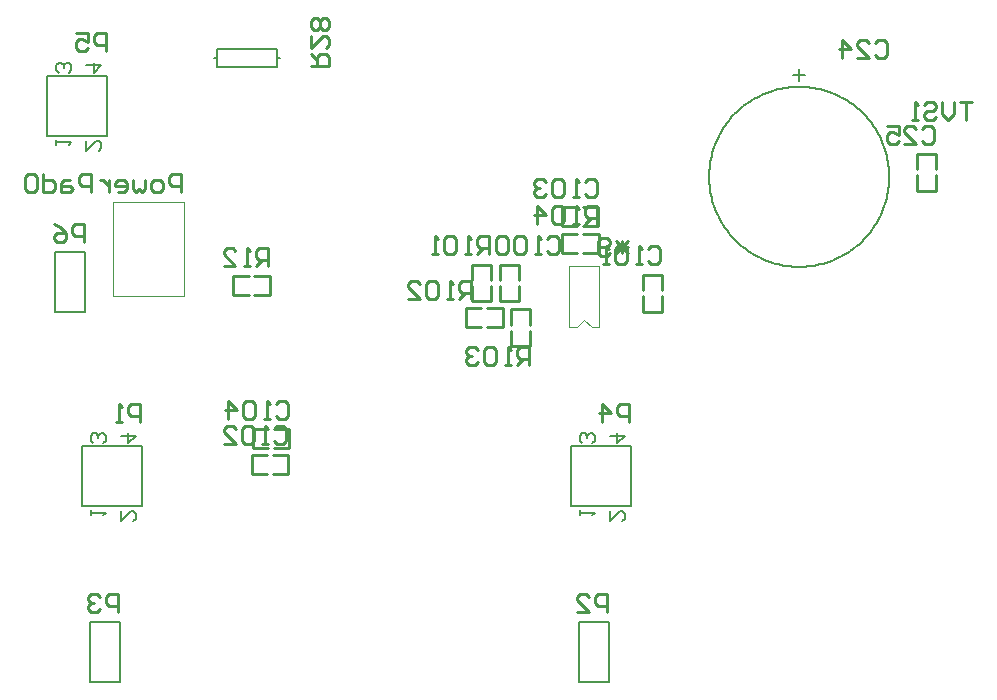
<source format=gbo>
G04 Layer_Color=32896*
%FSLAX25Y25*%
%MOIN*%
G70*
G01*
G75*
%ADD16C,0.01000*%
%ADD31C,0.00787*%
%ADD32C,0.00394*%
%ADD50C,0.00800*%
%ADD51C,0.00591*%
D16*
X573850Y397724D02*
Y402843D01*
Y397724D02*
X580150D01*
Y398118D01*
Y402843D01*
Y404811D02*
Y409929D01*
X573850D02*
X580150D01*
X573850Y404811D02*
Y409929D01*
X352937Y362850D02*
X358055D01*
Y369150D01*
X357661D02*
X358055D01*
X352937D02*
X357661D01*
X345850D02*
X350968D01*
X345850Y362850D02*
Y369150D01*
Y362850D02*
X350968D01*
X441150Y367937D02*
Y373055D01*
X434850D02*
X441150D01*
X434850Y372661D02*
Y373055D01*
Y367937D02*
Y372661D01*
Y360850D02*
Y365968D01*
Y360850D02*
X441150D01*
Y365968D01*
X488650Y364437D02*
Y369555D01*
X482350D02*
X488650D01*
X482350Y369161D02*
Y369555D01*
Y364437D02*
Y369161D01*
Y357350D02*
Y362468D01*
Y357350D02*
X488650D01*
Y362468D01*
X431650Y360850D02*
Y365968D01*
X425350Y360850D02*
X431650D01*
X425350D02*
Y365968D01*
Y367937D02*
Y372661D01*
Y373055D01*
X431650D01*
Y367937D02*
Y373055D01*
X430532Y358650D02*
X435650D01*
Y352350D02*
Y358650D01*
X430532Y352350D02*
X435650D01*
X423839D02*
X428563D01*
X423445D02*
X423839D01*
X423445D02*
Y358650D01*
X428563D01*
X438350Y353031D02*
Y358150D01*
X444650D01*
Y353031D02*
Y358150D01*
Y346339D02*
Y351063D01*
Y345945D02*
Y346339D01*
X438350Y345945D02*
X444650D01*
X438350D02*
Y351063D01*
X462532Y383150D02*
X467650D01*
Y376850D02*
Y383150D01*
X462532Y376850D02*
X467650D01*
X455838D02*
X460563D01*
X455445D02*
X455838D01*
X455445D02*
Y383150D01*
X460563D01*
X351945Y309650D02*
X357063D01*
X351945Y303350D02*
Y309650D01*
Y303350D02*
X352339D01*
X357063D01*
X359031D02*
X364150D01*
Y309650D01*
X359031D02*
X364150D01*
X462437Y385850D02*
X467555D01*
Y392150D01*
X467161D02*
X467555D01*
X462437D02*
X467161D01*
X455350D02*
X460468D01*
X455350Y385850D02*
Y392150D01*
Y385850D02*
X460468D01*
X359437Y311850D02*
X364555D01*
Y318150D01*
X364161D02*
X364555D01*
X359437D02*
X364161D01*
X352350D02*
X357468D01*
X352350Y311850D02*
Y318150D01*
Y311850D02*
X357468D01*
X470500Y257200D02*
Y263198D01*
X467501D01*
X466501Y262198D01*
Y260199D01*
X467501Y259199D01*
X470500D01*
X460503Y257200D02*
X464502D01*
X460503Y261199D01*
Y262198D01*
X461503Y263198D01*
X463502D01*
X464502Y262198D01*
X307500Y257200D02*
Y263198D01*
X304501D01*
X303501Y262198D01*
Y260199D01*
X304501Y259199D01*
X307500D01*
X301502Y262198D02*
X300502Y263198D01*
X298503D01*
X297503Y262198D01*
Y261199D01*
X298503Y260199D01*
X299502D01*
X298503D01*
X297503Y259199D01*
Y258200D01*
X298503Y257200D01*
X300502D01*
X301502Y258200D01*
X296000Y380700D02*
Y386698D01*
X293001D01*
X292001Y385698D01*
Y383699D01*
X293001Y382699D01*
X296000D01*
X286003Y386698D02*
X288002Y385698D01*
X290002Y383699D01*
Y381700D01*
X289002Y380700D01*
X287003D01*
X286003Y381700D01*
Y382699D01*
X287003Y383699D01*
X290002D01*
X477800Y320600D02*
Y326598D01*
X474801D01*
X473801Y325598D01*
Y323599D01*
X474801Y322599D01*
X477800D01*
X468803Y320600D02*
Y326598D01*
X471802Y323599D01*
X467803D01*
X314800Y320600D02*
Y326598D01*
X311801D01*
X310801Y325598D01*
Y323599D01*
X311801Y322599D01*
X314800D01*
X308802Y320600D02*
X306803D01*
X307802D01*
Y326598D01*
X308802Y325598D01*
X303300Y444100D02*
Y450098D01*
X300301D01*
X299301Y449098D01*
Y447099D01*
X300301Y446099D01*
X303300D01*
X293303Y450098D02*
X297302D01*
Y447099D01*
X295303Y448099D01*
X294303D01*
X293303Y447099D01*
Y445100D01*
X294303Y444100D01*
X296302D01*
X297302Y445100D01*
X559901Y446778D02*
X560901Y447778D01*
X562900D01*
X563900Y446778D01*
Y442779D01*
X562900Y441780D01*
X560901D01*
X559901Y442779D01*
X553903Y441780D02*
X557902D01*
X553903Y445778D01*
Y446778D01*
X554903Y447778D01*
X556902D01*
X557902Y446778D01*
X548905Y441780D02*
Y447778D01*
X551904Y444778D01*
X547905D01*
X575601Y418378D02*
X576601Y419378D01*
X578600D01*
X579600Y418378D01*
Y414379D01*
X578600Y413379D01*
X576601D01*
X575601Y414379D01*
X569603Y413379D02*
X573602D01*
X569603Y417378D01*
Y418378D01*
X570603Y419378D01*
X572602D01*
X573602Y418378D01*
X563605Y419378D02*
X567604D01*
Y416378D01*
X565604Y417378D01*
X564605D01*
X563605Y416378D01*
Y414379D01*
X564605Y413379D01*
X566604D01*
X567604Y414379D01*
X357600Y372600D02*
Y378598D01*
X354601D01*
X353601Y377598D01*
Y375599D01*
X354601Y374599D01*
X357600D01*
X355601D02*
X353601Y372600D01*
X351602D02*
X349603D01*
X350602D01*
Y378598D01*
X351602Y377598D01*
X342605Y372600D02*
X346603D01*
X342605Y376599D01*
Y377598D01*
X343604Y378598D01*
X345604D01*
X346603Y377598D01*
X371700Y439380D02*
X377698D01*
Y442379D01*
X376698Y443378D01*
X374699D01*
X373699Y442379D01*
Y439380D01*
Y441379D02*
X371700Y443378D01*
Y449376D02*
Y445377D01*
X375699Y449376D01*
X376698D01*
X377698Y448377D01*
Y446377D01*
X376698Y445377D01*
Y451376D02*
X377698Y452375D01*
Y454375D01*
X376698Y455374D01*
X375699D01*
X374699Y454375D01*
X373699Y455374D01*
X372700D01*
X371700Y454375D01*
Y452375D01*
X372700Y451376D01*
X373699D01*
X374699Y452375D01*
X375699Y451376D01*
X376698D01*
X374699Y452375D02*
Y454375D01*
X591950Y427248D02*
X587951D01*
X589951D01*
Y421250D01*
X585952Y427248D02*
Y423249D01*
X583953Y421250D01*
X581953Y423249D01*
Y427248D01*
X575955Y426248D02*
X576955Y427248D01*
X578954D01*
X579954Y426248D01*
Y425249D01*
X578954Y424249D01*
X576955D01*
X575955Y423249D01*
Y422250D01*
X576955Y421250D01*
X578954D01*
X579954Y422250D01*
X573956Y421250D02*
X571956D01*
X572956D01*
Y427248D01*
X573956Y426248D01*
X328500Y397180D02*
Y403177D01*
X325501D01*
X324501Y402178D01*
Y400178D01*
X325501Y399179D01*
X328500D01*
X321502Y397180D02*
X319503D01*
X318503Y398179D01*
Y400178D01*
X319503Y401178D01*
X321502D01*
X322502Y400178D01*
Y398179D01*
X321502Y397180D01*
X316504Y401178D02*
Y398179D01*
X315504Y397180D01*
X314505Y398179D01*
X313505Y397180D01*
X312505Y398179D01*
Y401178D01*
X307507Y397180D02*
X309506D01*
X310506Y398179D01*
Y400178D01*
X309506Y401178D01*
X307507D01*
X306507Y400178D01*
Y399179D01*
X310506D01*
X304508Y401178D02*
Y397180D01*
Y399179D01*
X303508Y400178D01*
X302508Y401178D01*
X301509D01*
X298510Y397180D02*
Y403177D01*
X295511D01*
X294511Y402178D01*
Y400178D01*
X295511Y399179D01*
X298510D01*
X291512Y401178D02*
X289513D01*
X288513Y400178D01*
Y397180D01*
X291512D01*
X292512Y398179D01*
X291512Y399179D01*
X288513D01*
X282515Y403177D02*
Y397180D01*
X285514D01*
X286513Y398179D01*
Y400178D01*
X285514Y401178D01*
X282515D01*
X280516Y402178D02*
X279516Y403177D01*
X277517D01*
X276517Y402178D01*
Y398179D01*
X277517Y397180D01*
X279516D01*
X280516Y398179D01*
Y402178D01*
X477400Y380898D02*
X473401Y376900D01*
X477400D02*
X473401Y380898D01*
X477400Y378899D02*
X473401D01*
X475401Y376900D02*
Y380898D01*
X471402Y376900D02*
X470402Y375900D01*
X468403D01*
X467403Y376900D01*
Y380898D01*
X468403Y381898D01*
X470402D01*
X471402Y380898D01*
Y379899D01*
X470402Y378899D01*
X467403D01*
X450501Y381498D02*
X451501Y382498D01*
X453500D01*
X454500Y381498D01*
Y377500D01*
X453500Y376500D01*
X451501D01*
X450501Y377500D01*
X448502Y376500D02*
X446502D01*
X447502D01*
Y382498D01*
X448502Y381498D01*
X443504D02*
X442504Y382498D01*
X440505D01*
X439505Y381498D01*
Y377500D01*
X440505Y376500D01*
X442504D01*
X443504Y377500D01*
Y381498D01*
X437505D02*
X436506Y382498D01*
X434506D01*
X433507Y381498D01*
Y377500D01*
X434506Y376500D01*
X436506D01*
X437505Y377500D01*
Y381498D01*
X484101Y378098D02*
X485101Y379098D01*
X487100D01*
X488100Y378098D01*
Y374100D01*
X487100Y373100D01*
X485101D01*
X484101Y374100D01*
X482102Y373100D02*
X480103D01*
X481102D01*
Y379098D01*
X482102Y378098D01*
X477104D02*
X476104Y379098D01*
X474104D01*
X473105Y378098D01*
Y374100D01*
X474104Y373100D01*
X476104D01*
X477104Y374100D01*
Y378098D01*
X471105Y373100D02*
X469106D01*
X470106D01*
Y379098D01*
X471105Y378098D01*
X431100Y376600D02*
Y382598D01*
X428101D01*
X427101Y381598D01*
Y379599D01*
X428101Y378599D01*
X431100D01*
X429101D02*
X427101Y376600D01*
X425102D02*
X423103D01*
X424102D01*
Y382598D01*
X425102Y381598D01*
X420104D02*
X419104Y382598D01*
X417104D01*
X416105Y381598D01*
Y377600D01*
X417104Y376600D01*
X419104D01*
X420104Y377600D01*
Y381598D01*
X414106Y376600D02*
X412106D01*
X413106D01*
Y382598D01*
X414106Y381598D01*
X425000Y361500D02*
Y367498D01*
X422001D01*
X421001Y366498D01*
Y364499D01*
X422001Y363499D01*
X425000D01*
X423001D02*
X421001Y361500D01*
X419002D02*
X417002D01*
X418002D01*
Y367498D01*
X419002Y366498D01*
X414004D02*
X413004Y367498D01*
X411004D01*
X410005Y366498D01*
Y362500D01*
X411004Y361500D01*
X413004D01*
X414004Y362500D01*
Y366498D01*
X404007Y361500D02*
X408006D01*
X404007Y365499D01*
Y366498D01*
X405006Y367498D01*
X407006D01*
X408006Y366498D01*
X444500Y339500D02*
Y345498D01*
X441501D01*
X440501Y344498D01*
Y342499D01*
X441501Y341499D01*
X444500D01*
X442501D02*
X440501Y339500D01*
X438502D02*
X436503D01*
X437502D01*
Y345498D01*
X438502Y344498D01*
X433503D02*
X432504Y345498D01*
X430505D01*
X429505Y344498D01*
Y340500D01*
X430505Y339500D01*
X432504D01*
X433503Y340500D01*
Y344498D01*
X427505D02*
X426506Y345498D01*
X424506D01*
X423507Y344498D01*
Y343499D01*
X424506Y342499D01*
X425506D01*
X424506D01*
X423507Y341499D01*
Y340500D01*
X424506Y339500D01*
X426506D01*
X427505Y340500D01*
X467100Y386600D02*
Y392598D01*
X464101D01*
X463101Y391598D01*
Y389599D01*
X464101Y388599D01*
X467100D01*
X465101D02*
X463101Y386600D01*
X461102D02*
X459102D01*
X460102D01*
Y392598D01*
X461102Y391598D01*
X456104D02*
X455104Y392598D01*
X453104D01*
X452105Y391598D01*
Y387600D01*
X453104Y386600D01*
X455104D01*
X456104Y387600D01*
Y391598D01*
X447106Y386600D02*
Y392598D01*
X450105Y389599D01*
X446107D01*
X359601Y318098D02*
X360601Y319098D01*
X362600D01*
X363600Y318098D01*
Y314100D01*
X362600Y313100D01*
X360601D01*
X359601Y314100D01*
X357602Y313100D02*
X355603D01*
X356602D01*
Y319098D01*
X357602Y318098D01*
X352604D02*
X351604Y319098D01*
X349605D01*
X348605Y318098D01*
Y314100D01*
X349605Y313100D01*
X351604D01*
X352604Y314100D01*
Y318098D01*
X342607Y313100D02*
X346605D01*
X342607Y317099D01*
Y318098D01*
X343606Y319098D01*
X345606D01*
X346605Y318098D01*
X463101Y400598D02*
X464101Y401598D01*
X466100D01*
X467100Y400598D01*
Y396600D01*
X466100Y395600D01*
X464101D01*
X463101Y396600D01*
X461102Y395600D02*
X459102D01*
X460102D01*
Y401598D01*
X461102Y400598D01*
X456104D02*
X455104Y401598D01*
X453104D01*
X452105Y400598D01*
Y396600D01*
X453104Y395600D01*
X455104D01*
X456104Y396600D01*
Y400598D01*
X450105D02*
X449106Y401598D01*
X447106D01*
X446107Y400598D01*
Y399599D01*
X447106Y398599D01*
X448106D01*
X447106D01*
X446107Y397599D01*
Y396600D01*
X447106Y395600D01*
X449106D01*
X450105Y396600D01*
X360101Y326598D02*
X361101Y327598D01*
X363100D01*
X364100Y326598D01*
Y322600D01*
X363100Y321600D01*
X361101D01*
X360101Y322600D01*
X358102Y321600D02*
X356102D01*
X357102D01*
Y327598D01*
X358102Y326598D01*
X353103D02*
X352104Y327598D01*
X350104D01*
X349105Y326598D01*
Y322600D01*
X350104Y321600D01*
X352104D01*
X353103Y322600D01*
Y326598D01*
X344106Y321600D02*
Y327598D01*
X347106Y324599D01*
X343107D01*
D31*
X564500Y402280D02*
X564483Y403282D01*
X564433Y404283D01*
X564349Y405282D01*
X564232Y406278D01*
X564082Y407269D01*
X563899Y408255D01*
X563683Y409234D01*
X563434Y410205D01*
X563153Y411168D01*
X562840Y412120D01*
X562495Y413062D01*
X562119Y413991D01*
X561713Y414908D01*
X561275Y415810D01*
X560808Y416697D01*
X560312Y417568D01*
X559787Y418422D01*
X559233Y419258D01*
X558652Y420075D01*
X558044Y420872D01*
X557409Y421648D01*
X556749Y422403D01*
X556065Y423135D01*
X555356Y423844D01*
X554624Y424529D01*
X553869Y425189D01*
X553092Y425823D01*
X552295Y426432D01*
X551478Y427013D01*
X550642Y427566D01*
X549788Y428091D01*
X548917Y428588D01*
X548030Y429055D01*
X547128Y429492D01*
X546212Y429899D01*
X545282Y430275D01*
X544341Y430619D01*
X543388Y430933D01*
X542426Y431214D01*
X541455Y431462D01*
X540476Y431678D01*
X539490Y431862D01*
X538498Y432012D01*
X537503Y432129D01*
X536504Y432212D01*
X535502Y432263D01*
X534500Y432279D01*
X533497Y432263D01*
X532496Y432212D01*
X531497Y432129D01*
X530501Y432012D01*
X529510Y431862D01*
X528524Y431678D01*
X527545Y431462D01*
X526574Y431214D01*
X525612Y430933D01*
X524659Y430619D01*
X523718Y430275D01*
X522788Y429899D01*
X521872Y429492D01*
X520970Y429055D01*
X520083Y428588D01*
X519211Y428091D01*
X518358Y427566D01*
X517521Y427013D01*
X516705Y426432D01*
X515907Y425823D01*
X515131Y425189D01*
X514376Y424529D01*
X513644Y423844D01*
X512935Y423135D01*
X512250Y422403D01*
X511590Y421648D01*
X510956Y420872D01*
X510348Y420075D01*
X509767Y419258D01*
X509213Y418422D01*
X508688Y417568D01*
X508191Y416697D01*
X507724Y415810D01*
X507287Y414908D01*
X506881Y413991D01*
X506505Y413062D01*
X506160Y412120D01*
X505847Y411168D01*
X505566Y410205D01*
X505317Y409234D01*
X505101Y408255D01*
X504918Y407269D01*
X504768Y406278D01*
X504651Y405282D01*
X504567Y404283D01*
X504517Y403282D01*
X504500Y402280D01*
X504517Y401277D01*
X504567Y400276D01*
X504651Y399277D01*
X504768Y398281D01*
X504918Y397290D01*
X505101Y396304D01*
X505317Y395325D01*
X505566Y394354D01*
X505847Y393391D01*
X506160Y392439D01*
X506504Y391497D01*
X506880Y390568D01*
X507287Y389652D01*
X507724Y388749D01*
X508191Y387862D01*
X508688Y386991D01*
X509213Y386137D01*
X509767Y385301D01*
X510348Y384484D01*
X510956Y383687D01*
X511590Y382911D01*
X512250Y382156D01*
X512935Y381424D01*
X513644Y380715D01*
X514376Y380030D01*
X515131Y379370D01*
X515907Y378736D01*
X516704Y378128D01*
X517521Y377546D01*
X518357Y376993D01*
X519211Y376467D01*
X520082Y375971D01*
X520969Y375504D01*
X521872Y375067D01*
X522788Y374660D01*
X523717Y374284D01*
X524659Y373939D01*
X525611Y373626D01*
X526574Y373345D01*
X527545Y373097D01*
X528524Y372881D01*
X529510Y372697D01*
X530501Y372547D01*
X531497Y372430D01*
X532496Y372346D01*
X533497Y372296D01*
X534500Y372280D01*
X535502Y372296D01*
X536504Y372346D01*
X537503Y372430D01*
X538498Y372547D01*
X539490Y372697D01*
X540475Y372881D01*
X541454Y373097D01*
X542425Y373345D01*
X543388Y373626D01*
X544340Y373939D01*
X545282Y374284D01*
X546211Y374660D01*
X547128Y375067D01*
X548030Y375504D01*
X548917Y375971D01*
X549788Y376467D01*
X550642Y376993D01*
X551478Y377546D01*
X552295Y378127D01*
X553092Y378735D01*
X553868Y379370D01*
X554623Y380030D01*
X555356Y380715D01*
X556064Y381423D01*
X556749Y382156D01*
X557409Y382910D01*
X558044Y383687D01*
X558652Y384484D01*
X559233Y385301D01*
X559787Y386137D01*
X560312Y386991D01*
X560808Y387862D01*
X561275Y388749D01*
X561713Y389651D01*
X562119Y390567D01*
X562495Y391497D01*
X562840Y392438D01*
X563153Y393391D01*
X563434Y394353D01*
X563683Y395324D01*
X563899Y396304D01*
X564082Y397289D01*
X564232Y398281D01*
X564349Y399276D01*
X564433Y400275D01*
X564483Y401277D01*
X564500Y402279D01*
X461075Y253854D02*
X471075D01*
X461075Y233854D02*
Y253854D01*
Y233854D02*
X471075D01*
Y253854D01*
X298075D02*
X308075D01*
X298075Y233854D02*
Y253854D01*
Y233854D02*
X308075D01*
Y253854D01*
X286575Y377354D02*
X296575D01*
X286575Y357354D02*
Y377354D01*
Y357354D02*
X296575D01*
Y377354D01*
X478398Y292488D02*
Y312488D01*
X458398Y292488D02*
X478398D01*
X458398Y312488D02*
X478398D01*
X458398Y292488D02*
Y312488D01*
X315398Y292488D02*
Y312488D01*
X295398Y292488D02*
X315398D01*
X295398Y312488D02*
X315398D01*
X295398Y292488D02*
Y312488D01*
X303898Y415988D02*
Y435988D01*
X283898Y415988D02*
X303898D01*
X283898Y435988D02*
X303898D01*
X283898Y415988D02*
Y435988D01*
X360500Y438779D02*
Y441780D01*
X340500Y438779D02*
X360500D01*
X340500D02*
Y444779D01*
X360500D01*
Y441780D02*
Y444779D01*
X339600Y441780D02*
X340500D01*
X360500D02*
X361400D01*
D32*
X305689Y362531D02*
X329311D01*
Y394027D01*
X305689D02*
X329311D01*
X305689Y362531D02*
Y394027D01*
X465287Y352244D02*
X467748D01*
X462827Y354705D02*
X465287Y352244D01*
X457905D02*
X460366D01*
X462827Y354705D01*
X457905Y352244D02*
Y372716D01*
X467748Y352244D02*
Y372716D01*
X457905D02*
X467748D01*
D50*
X461398Y289488D02*
Y291154D01*
Y290321D01*
X466396D01*
X465563Y289488D01*
X471398Y290820D02*
Y287488D01*
X474730Y290820D01*
X475563D01*
X476396Y289987D01*
Y288321D01*
X475563Y287488D01*
X471398Y315987D02*
X476396D01*
X473897Y313488D01*
Y316820D01*
X465563Y313488D02*
X466396Y314321D01*
Y315987D01*
X465563Y316820D01*
X464730D01*
X463897Y315987D01*
Y315154D01*
Y315987D01*
X463064Y316820D01*
X462231D01*
X461398Y315987D01*
Y314321D01*
X462231Y313488D01*
X298398Y289488D02*
Y291154D01*
Y290321D01*
X303396D01*
X302563Y289488D01*
X308398Y290820D02*
Y287488D01*
X311730Y290820D01*
X312563D01*
X313396Y289987D01*
Y288321D01*
X312563Y287488D01*
X308398Y315987D02*
X313396D01*
X310897Y313488D01*
Y316820D01*
X302563Y313488D02*
X303396Y314321D01*
Y315987D01*
X302563Y316820D01*
X301730D01*
X300897Y315987D01*
Y315154D01*
Y315987D01*
X300064Y316820D01*
X299231D01*
X298398Y315987D01*
Y314321D01*
X299231Y313488D01*
X286898Y412988D02*
Y414654D01*
Y413821D01*
X291896D01*
X291063Y412988D01*
X296898Y414320D02*
Y410988D01*
X300230Y414320D01*
X301063D01*
X301896Y413487D01*
Y411821D01*
X301063Y410988D01*
X296898Y439487D02*
X301896D01*
X299397Y436988D01*
Y440320D01*
X291063Y436988D02*
X291896Y437821D01*
Y439487D01*
X291063Y440320D01*
X290230D01*
X289397Y439487D01*
Y438654D01*
Y439487D01*
X288564Y440320D01*
X287731D01*
X286898Y439487D01*
Y437821D01*
X287731Y436988D01*
D51*
X534551Y434295D02*
Y438231D01*
X536519Y436263D02*
X532583D01*
M02*

</source>
